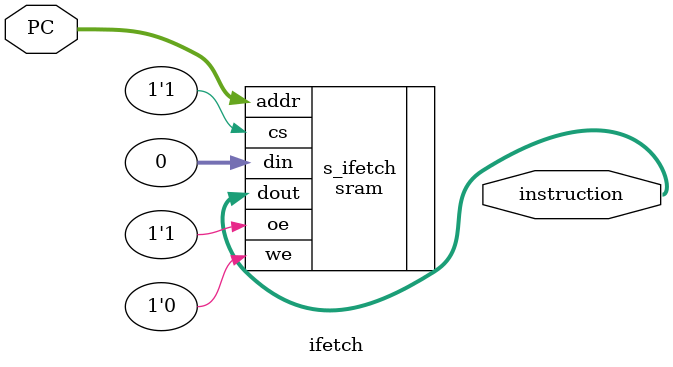
<source format=v>
module ifetch(PC, instruction);
  /*  need to define how to load the name to sram.mem_file
  */
  parameter inst_name = "../data/fib.dat";
  //parameter inst_name = "data/bills_branch.dat";
  //parameter inst_name = "data/sort_corrected_branch.dat";

  input [31:0] PC;
  output [31:0] instruction;
  /*
  output [5:0] opcode;
  output [4:0] rs;
  output [4:0] rt;
  output [4:0] rd;
  output [4:0] shamt;
  output [5:0] funct;
  output [31:0] instruction; 
  output [15:0] immi;
  */
  sram s_ifetch (.cs(1'b1), .oe(1'b1), .we(1'b0), .addr(PC), .din(32'b0), .dout(instruction));
  defparam s_ifetch.mem_file = inst_name;
  /*
  assign opcode = instruction[31:26];
  assign rs = instruction[25:21];
  assign rt = instruction[20:16];
  assign rd = instruction[15:11];
  assign shamt = instruction[10:6];
  assign funct = instruction[5:0];
  assign immi = instruction[15:0];
  */
endmodule

</source>
